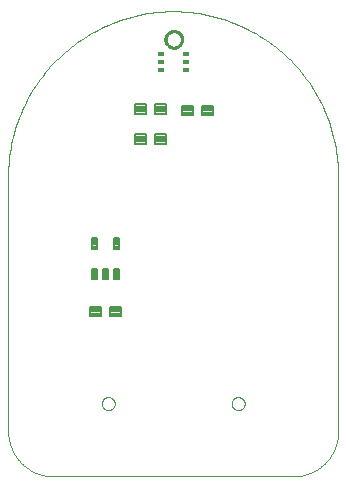
<source format=gtp>
G75*
%MOIN*%
%OFA0B0*%
%FSLAX25Y25*%
%IPPOS*%
%LPD*%
%AMOC8*
5,1,8,0,0,1.08239X$1,22.5*
%
%ADD10C,0.00000*%
%ADD11C,0.00787*%
%ADD12C,0.00709*%
%ADD13R,0.01969X0.01181*%
%ADD14C,0.00079*%
D10*
X0001500Y0016500D02*
X0001500Y0101500D01*
X0032681Y0025732D02*
X0032683Y0025825D01*
X0032689Y0025917D01*
X0032699Y0026009D01*
X0032713Y0026100D01*
X0032730Y0026191D01*
X0032752Y0026281D01*
X0032777Y0026370D01*
X0032806Y0026458D01*
X0032839Y0026544D01*
X0032876Y0026629D01*
X0032916Y0026713D01*
X0032960Y0026794D01*
X0033007Y0026874D01*
X0033057Y0026952D01*
X0033111Y0027027D01*
X0033168Y0027100D01*
X0033228Y0027170D01*
X0033291Y0027238D01*
X0033357Y0027303D01*
X0033425Y0027365D01*
X0033496Y0027425D01*
X0033570Y0027481D01*
X0033646Y0027534D01*
X0033724Y0027583D01*
X0033804Y0027630D01*
X0033886Y0027672D01*
X0033970Y0027712D01*
X0034055Y0027747D01*
X0034142Y0027779D01*
X0034230Y0027808D01*
X0034319Y0027832D01*
X0034409Y0027853D01*
X0034500Y0027869D01*
X0034592Y0027882D01*
X0034684Y0027891D01*
X0034777Y0027896D01*
X0034869Y0027897D01*
X0034962Y0027894D01*
X0035054Y0027887D01*
X0035146Y0027876D01*
X0035237Y0027861D01*
X0035328Y0027843D01*
X0035418Y0027820D01*
X0035506Y0027794D01*
X0035594Y0027764D01*
X0035680Y0027730D01*
X0035764Y0027693D01*
X0035847Y0027651D01*
X0035928Y0027607D01*
X0036008Y0027559D01*
X0036085Y0027508D01*
X0036159Y0027453D01*
X0036232Y0027395D01*
X0036302Y0027335D01*
X0036369Y0027271D01*
X0036433Y0027205D01*
X0036495Y0027135D01*
X0036553Y0027064D01*
X0036608Y0026990D01*
X0036660Y0026913D01*
X0036709Y0026834D01*
X0036755Y0026754D01*
X0036797Y0026671D01*
X0036835Y0026587D01*
X0036870Y0026501D01*
X0036901Y0026414D01*
X0036928Y0026326D01*
X0036951Y0026236D01*
X0036971Y0026146D01*
X0036987Y0026055D01*
X0036999Y0025963D01*
X0037007Y0025871D01*
X0037011Y0025778D01*
X0037011Y0025686D01*
X0037007Y0025593D01*
X0036999Y0025501D01*
X0036987Y0025409D01*
X0036971Y0025318D01*
X0036951Y0025228D01*
X0036928Y0025138D01*
X0036901Y0025050D01*
X0036870Y0024963D01*
X0036835Y0024877D01*
X0036797Y0024793D01*
X0036755Y0024710D01*
X0036709Y0024630D01*
X0036660Y0024551D01*
X0036608Y0024474D01*
X0036553Y0024400D01*
X0036495Y0024329D01*
X0036433Y0024259D01*
X0036369Y0024193D01*
X0036302Y0024129D01*
X0036232Y0024069D01*
X0036159Y0024011D01*
X0036085Y0023956D01*
X0036008Y0023905D01*
X0035929Y0023857D01*
X0035847Y0023813D01*
X0035764Y0023771D01*
X0035680Y0023734D01*
X0035594Y0023700D01*
X0035506Y0023670D01*
X0035418Y0023644D01*
X0035328Y0023621D01*
X0035237Y0023603D01*
X0035146Y0023588D01*
X0035054Y0023577D01*
X0034962Y0023570D01*
X0034869Y0023567D01*
X0034777Y0023568D01*
X0034684Y0023573D01*
X0034592Y0023582D01*
X0034500Y0023595D01*
X0034409Y0023611D01*
X0034319Y0023632D01*
X0034230Y0023656D01*
X0034142Y0023685D01*
X0034055Y0023717D01*
X0033970Y0023752D01*
X0033886Y0023792D01*
X0033804Y0023834D01*
X0033724Y0023881D01*
X0033646Y0023930D01*
X0033570Y0023983D01*
X0033496Y0024039D01*
X0033425Y0024099D01*
X0033357Y0024161D01*
X0033291Y0024226D01*
X0033228Y0024294D01*
X0033168Y0024364D01*
X0033111Y0024437D01*
X0033057Y0024512D01*
X0033007Y0024590D01*
X0032960Y0024670D01*
X0032916Y0024751D01*
X0032876Y0024835D01*
X0032839Y0024920D01*
X0032806Y0025006D01*
X0032777Y0025094D01*
X0032752Y0025183D01*
X0032730Y0025273D01*
X0032713Y0025364D01*
X0032699Y0025455D01*
X0032689Y0025547D01*
X0032683Y0025639D01*
X0032681Y0025732D01*
X0016500Y0001500D02*
X0016138Y0001504D01*
X0015775Y0001518D01*
X0015413Y0001539D01*
X0015052Y0001570D01*
X0014692Y0001609D01*
X0014333Y0001657D01*
X0013975Y0001714D01*
X0013618Y0001779D01*
X0013263Y0001853D01*
X0012910Y0001936D01*
X0012559Y0002027D01*
X0012211Y0002126D01*
X0011865Y0002234D01*
X0011521Y0002350D01*
X0011181Y0002475D01*
X0010844Y0002607D01*
X0010510Y0002748D01*
X0010179Y0002897D01*
X0009852Y0003054D01*
X0009529Y0003218D01*
X0009210Y0003390D01*
X0008896Y0003570D01*
X0008585Y0003758D01*
X0008280Y0003953D01*
X0007979Y0004155D01*
X0007683Y0004365D01*
X0007393Y0004581D01*
X0007107Y0004805D01*
X0006827Y0005035D01*
X0006553Y0005272D01*
X0006285Y0005516D01*
X0006022Y0005766D01*
X0005766Y0006022D01*
X0005516Y0006285D01*
X0005272Y0006553D01*
X0005035Y0006827D01*
X0004805Y0007107D01*
X0004581Y0007393D01*
X0004365Y0007683D01*
X0004155Y0007979D01*
X0003953Y0008280D01*
X0003758Y0008585D01*
X0003570Y0008896D01*
X0003390Y0009210D01*
X0003218Y0009529D01*
X0003054Y0009852D01*
X0002897Y0010179D01*
X0002748Y0010510D01*
X0002607Y0010844D01*
X0002475Y0011181D01*
X0002350Y0011521D01*
X0002234Y0011865D01*
X0002126Y0012211D01*
X0002027Y0012559D01*
X0001936Y0012910D01*
X0001853Y0013263D01*
X0001779Y0013618D01*
X0001714Y0013975D01*
X0001657Y0014333D01*
X0001609Y0014692D01*
X0001570Y0015052D01*
X0001539Y0015413D01*
X0001518Y0015775D01*
X0001504Y0016138D01*
X0001500Y0016500D01*
X0016500Y0001500D02*
X0096500Y0001500D01*
X0096862Y0001504D01*
X0097225Y0001518D01*
X0097587Y0001539D01*
X0097948Y0001570D01*
X0098308Y0001609D01*
X0098667Y0001657D01*
X0099025Y0001714D01*
X0099382Y0001779D01*
X0099737Y0001853D01*
X0100090Y0001936D01*
X0100441Y0002027D01*
X0100789Y0002126D01*
X0101135Y0002234D01*
X0101479Y0002350D01*
X0101819Y0002475D01*
X0102156Y0002607D01*
X0102490Y0002748D01*
X0102821Y0002897D01*
X0103148Y0003054D01*
X0103471Y0003218D01*
X0103790Y0003390D01*
X0104104Y0003570D01*
X0104415Y0003758D01*
X0104720Y0003953D01*
X0105021Y0004155D01*
X0105317Y0004365D01*
X0105607Y0004581D01*
X0105893Y0004805D01*
X0106173Y0005035D01*
X0106447Y0005272D01*
X0106715Y0005516D01*
X0106978Y0005766D01*
X0107234Y0006022D01*
X0107484Y0006285D01*
X0107728Y0006553D01*
X0107965Y0006827D01*
X0108195Y0007107D01*
X0108419Y0007393D01*
X0108635Y0007683D01*
X0108845Y0007979D01*
X0109047Y0008280D01*
X0109242Y0008585D01*
X0109430Y0008896D01*
X0109610Y0009210D01*
X0109782Y0009529D01*
X0109946Y0009852D01*
X0110103Y0010179D01*
X0110252Y0010510D01*
X0110393Y0010844D01*
X0110525Y0011181D01*
X0110650Y0011521D01*
X0110766Y0011865D01*
X0110874Y0012211D01*
X0110973Y0012559D01*
X0111064Y0012910D01*
X0111147Y0013263D01*
X0111221Y0013618D01*
X0111286Y0013975D01*
X0111343Y0014333D01*
X0111391Y0014692D01*
X0111430Y0015052D01*
X0111461Y0015413D01*
X0111482Y0015775D01*
X0111496Y0016138D01*
X0111500Y0016500D01*
X0111500Y0101500D01*
X0075989Y0025732D02*
X0075991Y0025825D01*
X0075997Y0025917D01*
X0076007Y0026009D01*
X0076021Y0026100D01*
X0076038Y0026191D01*
X0076060Y0026281D01*
X0076085Y0026370D01*
X0076114Y0026458D01*
X0076147Y0026544D01*
X0076184Y0026629D01*
X0076224Y0026713D01*
X0076268Y0026794D01*
X0076315Y0026874D01*
X0076365Y0026952D01*
X0076419Y0027027D01*
X0076476Y0027100D01*
X0076536Y0027170D01*
X0076599Y0027238D01*
X0076665Y0027303D01*
X0076733Y0027365D01*
X0076804Y0027425D01*
X0076878Y0027481D01*
X0076954Y0027534D01*
X0077032Y0027583D01*
X0077112Y0027630D01*
X0077194Y0027672D01*
X0077278Y0027712D01*
X0077363Y0027747D01*
X0077450Y0027779D01*
X0077538Y0027808D01*
X0077627Y0027832D01*
X0077717Y0027853D01*
X0077808Y0027869D01*
X0077900Y0027882D01*
X0077992Y0027891D01*
X0078085Y0027896D01*
X0078177Y0027897D01*
X0078270Y0027894D01*
X0078362Y0027887D01*
X0078454Y0027876D01*
X0078545Y0027861D01*
X0078636Y0027843D01*
X0078726Y0027820D01*
X0078814Y0027794D01*
X0078902Y0027764D01*
X0078988Y0027730D01*
X0079072Y0027693D01*
X0079155Y0027651D01*
X0079236Y0027607D01*
X0079316Y0027559D01*
X0079393Y0027508D01*
X0079467Y0027453D01*
X0079540Y0027395D01*
X0079610Y0027335D01*
X0079677Y0027271D01*
X0079741Y0027205D01*
X0079803Y0027135D01*
X0079861Y0027064D01*
X0079916Y0026990D01*
X0079968Y0026913D01*
X0080017Y0026834D01*
X0080063Y0026754D01*
X0080105Y0026671D01*
X0080143Y0026587D01*
X0080178Y0026501D01*
X0080209Y0026414D01*
X0080236Y0026326D01*
X0080259Y0026236D01*
X0080279Y0026146D01*
X0080295Y0026055D01*
X0080307Y0025963D01*
X0080315Y0025871D01*
X0080319Y0025778D01*
X0080319Y0025686D01*
X0080315Y0025593D01*
X0080307Y0025501D01*
X0080295Y0025409D01*
X0080279Y0025318D01*
X0080259Y0025228D01*
X0080236Y0025138D01*
X0080209Y0025050D01*
X0080178Y0024963D01*
X0080143Y0024877D01*
X0080105Y0024793D01*
X0080063Y0024710D01*
X0080017Y0024630D01*
X0079968Y0024551D01*
X0079916Y0024474D01*
X0079861Y0024400D01*
X0079803Y0024329D01*
X0079741Y0024259D01*
X0079677Y0024193D01*
X0079610Y0024129D01*
X0079540Y0024069D01*
X0079467Y0024011D01*
X0079393Y0023956D01*
X0079316Y0023905D01*
X0079237Y0023857D01*
X0079155Y0023813D01*
X0079072Y0023771D01*
X0078988Y0023734D01*
X0078902Y0023700D01*
X0078814Y0023670D01*
X0078726Y0023644D01*
X0078636Y0023621D01*
X0078545Y0023603D01*
X0078454Y0023588D01*
X0078362Y0023577D01*
X0078270Y0023570D01*
X0078177Y0023567D01*
X0078085Y0023568D01*
X0077992Y0023573D01*
X0077900Y0023582D01*
X0077808Y0023595D01*
X0077717Y0023611D01*
X0077627Y0023632D01*
X0077538Y0023656D01*
X0077450Y0023685D01*
X0077363Y0023717D01*
X0077278Y0023752D01*
X0077194Y0023792D01*
X0077112Y0023834D01*
X0077032Y0023881D01*
X0076954Y0023930D01*
X0076878Y0023983D01*
X0076804Y0024039D01*
X0076733Y0024099D01*
X0076665Y0024161D01*
X0076599Y0024226D01*
X0076536Y0024294D01*
X0076476Y0024364D01*
X0076419Y0024437D01*
X0076365Y0024512D01*
X0076315Y0024590D01*
X0076268Y0024670D01*
X0076224Y0024751D01*
X0076184Y0024835D01*
X0076147Y0024920D01*
X0076114Y0025006D01*
X0076085Y0025094D01*
X0076060Y0025183D01*
X0076038Y0025273D01*
X0076021Y0025364D01*
X0076007Y0025455D01*
X0075997Y0025547D01*
X0075991Y0025639D01*
X0075989Y0025732D01*
X0111500Y0101500D02*
X0111484Y0102839D01*
X0111435Y0104178D01*
X0111353Y0105515D01*
X0111239Y0106849D01*
X0111093Y0108181D01*
X0110914Y0109508D01*
X0110703Y0110831D01*
X0110459Y0112148D01*
X0110184Y0113459D01*
X0109877Y0114762D01*
X0109538Y0116058D01*
X0109168Y0117345D01*
X0108767Y0118623D01*
X0108334Y0119891D01*
X0107871Y0121148D01*
X0107377Y0122393D01*
X0106853Y0123626D01*
X0106300Y0124845D01*
X0105716Y0126051D01*
X0105104Y0127242D01*
X0104463Y0128418D01*
X0103793Y0129578D01*
X0103095Y0130721D01*
X0102370Y0131847D01*
X0101617Y0132955D01*
X0100838Y0134045D01*
X0100032Y0135115D01*
X0099201Y0136165D01*
X0098344Y0137194D01*
X0097462Y0138203D01*
X0096557Y0139189D01*
X0095627Y0140153D01*
X0094674Y0141095D01*
X0093699Y0142013D01*
X0092701Y0142906D01*
X0091682Y0143776D01*
X0090642Y0144620D01*
X0089582Y0145438D01*
X0088502Y0146231D01*
X0087404Y0146997D01*
X0086286Y0147736D01*
X0085152Y0148448D01*
X0084000Y0149131D01*
X0082832Y0149787D01*
X0081648Y0150414D01*
X0080450Y0151012D01*
X0079237Y0151580D01*
X0078011Y0152119D01*
X0076772Y0152628D01*
X0075521Y0153106D01*
X0074258Y0153554D01*
X0072986Y0153971D01*
X0071703Y0154357D01*
X0070411Y0154712D01*
X0069111Y0155035D01*
X0067804Y0155326D01*
X0066490Y0155585D01*
X0065170Y0155812D01*
X0063845Y0156007D01*
X0062515Y0156170D01*
X0061182Y0156300D01*
X0059847Y0156398D01*
X0058509Y0156463D01*
X0057170Y0156496D01*
X0055830Y0156496D01*
X0054491Y0156463D01*
X0053153Y0156398D01*
X0051818Y0156300D01*
X0050485Y0156170D01*
X0049155Y0156007D01*
X0047830Y0155812D01*
X0046510Y0155585D01*
X0045196Y0155326D01*
X0043889Y0155035D01*
X0042589Y0154712D01*
X0041297Y0154357D01*
X0040014Y0153971D01*
X0038742Y0153554D01*
X0037479Y0153106D01*
X0036228Y0152628D01*
X0034989Y0152119D01*
X0033763Y0151580D01*
X0032550Y0151012D01*
X0031352Y0150414D01*
X0030168Y0149787D01*
X0029000Y0149131D01*
X0027848Y0148448D01*
X0026714Y0147736D01*
X0025596Y0146997D01*
X0024498Y0146231D01*
X0023418Y0145438D01*
X0022358Y0144620D01*
X0021318Y0143776D01*
X0020299Y0142906D01*
X0019301Y0142013D01*
X0018326Y0141095D01*
X0017373Y0140153D01*
X0016443Y0139189D01*
X0015538Y0138203D01*
X0014656Y0137194D01*
X0013799Y0136165D01*
X0012968Y0135115D01*
X0012162Y0134045D01*
X0011383Y0132955D01*
X0010630Y0131847D01*
X0009905Y0130721D01*
X0009207Y0129578D01*
X0008537Y0128418D01*
X0007896Y0127242D01*
X0007284Y0126051D01*
X0006700Y0124845D01*
X0006147Y0123626D01*
X0005623Y0122393D01*
X0005129Y0121148D01*
X0004666Y0119891D01*
X0004233Y0118623D01*
X0003832Y0117345D01*
X0003462Y0116058D01*
X0003123Y0114762D01*
X0002816Y0113459D01*
X0002541Y0112148D01*
X0002297Y0110831D01*
X0002086Y0109508D01*
X0001907Y0108181D01*
X0001761Y0106849D01*
X0001647Y0105515D01*
X0001565Y0104178D01*
X0001516Y0102839D01*
X0001500Y0101500D01*
D11*
X0028882Y0054925D02*
X0032426Y0054925D01*
X0028882Y0054925D02*
X0028882Y0058075D01*
X0032426Y0058075D01*
X0032426Y0054925D01*
X0032426Y0055711D02*
X0028882Y0055711D01*
X0028882Y0056497D02*
X0032426Y0056497D01*
X0032426Y0057283D02*
X0028882Y0057283D01*
X0028882Y0058069D02*
X0032426Y0058069D01*
X0035574Y0054925D02*
X0039118Y0054925D01*
X0035574Y0054925D02*
X0035574Y0058075D01*
X0039118Y0058075D01*
X0039118Y0054925D01*
X0039118Y0055711D02*
X0035574Y0055711D01*
X0035574Y0056497D02*
X0039118Y0056497D01*
X0039118Y0057283D02*
X0035574Y0057283D01*
X0035574Y0058069D02*
X0039118Y0058069D01*
X0043882Y0112425D02*
X0047426Y0112425D01*
X0043882Y0112425D02*
X0043882Y0115575D01*
X0047426Y0115575D01*
X0047426Y0112425D01*
X0047426Y0113211D02*
X0043882Y0113211D01*
X0043882Y0113997D02*
X0047426Y0113997D01*
X0047426Y0114783D02*
X0043882Y0114783D01*
X0043882Y0115569D02*
X0047426Y0115569D01*
X0050574Y0112425D02*
X0054118Y0112425D01*
X0050574Y0112425D02*
X0050574Y0115575D01*
X0054118Y0115575D01*
X0054118Y0112425D01*
X0054118Y0113211D02*
X0050574Y0113211D01*
X0050574Y0113997D02*
X0054118Y0113997D01*
X0054118Y0114783D02*
X0050574Y0114783D01*
X0050574Y0115569D02*
X0054118Y0115569D01*
X0054118Y0122425D02*
X0050574Y0122425D01*
X0050574Y0125575D01*
X0054118Y0125575D01*
X0054118Y0122425D01*
X0054118Y0123211D02*
X0050574Y0123211D01*
X0050574Y0123997D02*
X0054118Y0123997D01*
X0054118Y0124783D02*
X0050574Y0124783D01*
X0050574Y0125569D02*
X0054118Y0125569D01*
X0059374Y0121972D02*
X0062918Y0121972D01*
X0059374Y0121972D02*
X0059374Y0125122D01*
X0062918Y0125122D01*
X0062918Y0121972D01*
X0062918Y0122758D02*
X0059374Y0122758D01*
X0059374Y0123544D02*
X0062918Y0123544D01*
X0062918Y0124330D02*
X0059374Y0124330D01*
X0059374Y0125116D02*
X0062918Y0125116D01*
X0066067Y0121972D02*
X0069611Y0121972D01*
X0066067Y0121972D02*
X0066067Y0125122D01*
X0069611Y0125122D01*
X0069611Y0121972D01*
X0069611Y0122758D02*
X0066067Y0122758D01*
X0066067Y0123544D02*
X0069611Y0123544D01*
X0069611Y0124330D02*
X0066067Y0124330D01*
X0066067Y0125116D02*
X0069611Y0125116D01*
X0047426Y0122425D02*
X0043882Y0122425D01*
X0043882Y0125575D01*
X0047426Y0125575D01*
X0047426Y0122425D01*
X0047426Y0123211D02*
X0043882Y0123211D01*
X0043882Y0123997D02*
X0047426Y0123997D01*
X0047426Y0124783D02*
X0043882Y0124783D01*
X0043882Y0125569D02*
X0047426Y0125569D01*
D12*
X0038567Y0077405D02*
X0036913Y0077405D01*
X0036913Y0080831D01*
X0038567Y0080831D01*
X0038567Y0077405D01*
X0038567Y0078113D02*
X0036913Y0078113D01*
X0036913Y0078821D02*
X0038567Y0078821D01*
X0038567Y0079529D02*
X0036913Y0079529D01*
X0036913Y0080237D02*
X0038567Y0080237D01*
X0038567Y0067169D02*
X0036913Y0067169D01*
X0036913Y0070595D01*
X0038567Y0070595D01*
X0038567Y0067169D01*
X0038567Y0067877D02*
X0036913Y0067877D01*
X0036913Y0068585D02*
X0038567Y0068585D01*
X0038567Y0069293D02*
X0036913Y0069293D01*
X0036913Y0070001D02*
X0038567Y0070001D01*
X0034827Y0067169D02*
X0033173Y0067169D01*
X0033173Y0070595D01*
X0034827Y0070595D01*
X0034827Y0067169D01*
X0034827Y0067877D02*
X0033173Y0067877D01*
X0033173Y0068585D02*
X0034827Y0068585D01*
X0034827Y0069293D02*
X0033173Y0069293D01*
X0033173Y0070001D02*
X0034827Y0070001D01*
X0031087Y0067169D02*
X0029433Y0067169D01*
X0029433Y0070595D01*
X0031087Y0070595D01*
X0031087Y0067169D01*
X0031087Y0067877D02*
X0029433Y0067877D01*
X0029433Y0068585D02*
X0031087Y0068585D01*
X0031087Y0069293D02*
X0029433Y0069293D01*
X0029433Y0070001D02*
X0031087Y0070001D01*
X0031087Y0077405D02*
X0029433Y0077405D01*
X0029433Y0080831D01*
X0031087Y0080831D01*
X0031087Y0077405D01*
X0031087Y0078113D02*
X0029433Y0078113D01*
X0029433Y0078821D02*
X0031087Y0078821D01*
X0031087Y0079529D02*
X0029433Y0079529D01*
X0029433Y0080237D02*
X0031087Y0080237D01*
D13*
X0052386Y0137031D03*
X0052386Y0139591D03*
X0052386Y0142150D03*
X0060850Y0142150D03*
X0060850Y0139591D03*
X0060850Y0137031D03*
D14*
X0059770Y0147291D02*
X0059062Y0147265D01*
X0059063Y0147265D02*
X0059056Y0147361D01*
X0059045Y0147456D01*
X0059031Y0147550D01*
X0059012Y0147644D01*
X0058991Y0147737D01*
X0058965Y0147829D01*
X0058936Y0147920D01*
X0058903Y0148010D01*
X0058867Y0148098D01*
X0058827Y0148185D01*
X0058784Y0148270D01*
X0058738Y0148354D01*
X0058688Y0148435D01*
X0058635Y0148515D01*
X0058579Y0148592D01*
X0058520Y0148668D01*
X0058459Y0148740D01*
X0058394Y0148811D01*
X0058326Y0148878D01*
X0058256Y0148943D01*
X0058184Y0149005D01*
X0058109Y0149064D01*
X0058031Y0149121D01*
X0057952Y0149174D01*
X0057871Y0149224D01*
X0057787Y0149270D01*
X0057702Y0149314D01*
X0057615Y0149353D01*
X0057527Y0149390D01*
X0057437Y0149423D01*
X0057346Y0149452D01*
X0057254Y0149478D01*
X0057161Y0149500D01*
X0057068Y0149518D01*
X0056973Y0149533D01*
X0056878Y0149544D01*
X0056783Y0149551D01*
X0056688Y0149555D01*
X0056687Y0150262D01*
X0056687Y0150263D01*
X0056797Y0150259D01*
X0056907Y0150252D01*
X0057016Y0150241D01*
X0057124Y0150227D01*
X0057232Y0150208D01*
X0057340Y0150186D01*
X0057446Y0150160D01*
X0057552Y0150130D01*
X0057656Y0150096D01*
X0057760Y0150059D01*
X0057861Y0150018D01*
X0057962Y0149974D01*
X0058060Y0149926D01*
X0058157Y0149875D01*
X0058253Y0149820D01*
X0058346Y0149762D01*
X0058437Y0149701D01*
X0058526Y0149637D01*
X0058612Y0149569D01*
X0058696Y0149499D01*
X0058778Y0149426D01*
X0058857Y0149350D01*
X0058933Y0149271D01*
X0059007Y0149189D01*
X0059077Y0149105D01*
X0059145Y0149019D01*
X0059209Y0148930D01*
X0059270Y0148839D01*
X0059329Y0148746D01*
X0059383Y0148651D01*
X0059435Y0148554D01*
X0059483Y0148455D01*
X0059527Y0148355D01*
X0059568Y0148253D01*
X0059605Y0148150D01*
X0059639Y0148046D01*
X0059669Y0147940D01*
X0059696Y0147834D01*
X0059718Y0147727D01*
X0059737Y0147619D01*
X0059752Y0147510D01*
X0059763Y0147401D01*
X0059770Y0147291D01*
X0059696Y0147289D01*
X0059689Y0147398D01*
X0059678Y0147507D01*
X0059662Y0147615D01*
X0059643Y0147723D01*
X0059620Y0147831D01*
X0059594Y0147937D01*
X0059563Y0148042D01*
X0059529Y0148146D01*
X0059491Y0148249D01*
X0059449Y0148350D01*
X0059403Y0148450D01*
X0059355Y0148548D01*
X0059302Y0148644D01*
X0059246Y0148739D01*
X0059187Y0148831D01*
X0059125Y0148921D01*
X0059059Y0149009D01*
X0058990Y0149094D01*
X0058919Y0149177D01*
X0058844Y0149257D01*
X0058766Y0149335D01*
X0058686Y0149409D01*
X0058603Y0149481D01*
X0058518Y0149550D01*
X0058430Y0149615D01*
X0058340Y0149678D01*
X0058248Y0149737D01*
X0058153Y0149792D01*
X0058057Y0149845D01*
X0057959Y0149894D01*
X0057859Y0149939D01*
X0057758Y0149980D01*
X0057655Y0150018D01*
X0057551Y0150053D01*
X0057445Y0150083D01*
X0057339Y0150110D01*
X0057232Y0150133D01*
X0057124Y0150152D01*
X0057015Y0150167D01*
X0056906Y0150178D01*
X0056797Y0150185D01*
X0056687Y0150189D01*
X0056687Y0150115D01*
X0056794Y0150111D01*
X0056901Y0150104D01*
X0057007Y0150093D01*
X0057113Y0150079D01*
X0057218Y0150060D01*
X0057323Y0150038D01*
X0057427Y0150012D01*
X0057529Y0149982D01*
X0057631Y0149948D01*
X0057731Y0149911D01*
X0057830Y0149871D01*
X0057927Y0149827D01*
X0058023Y0149779D01*
X0058117Y0149728D01*
X0058209Y0149674D01*
X0058299Y0149616D01*
X0058387Y0149555D01*
X0058473Y0149491D01*
X0058556Y0149424D01*
X0058637Y0149354D01*
X0058715Y0149281D01*
X0058791Y0149206D01*
X0058863Y0149128D01*
X0058933Y0149047D01*
X0059001Y0148964D01*
X0059065Y0148878D01*
X0059125Y0148790D01*
X0059183Y0148700D01*
X0059238Y0148608D01*
X0059289Y0148514D01*
X0059336Y0148419D01*
X0059381Y0148321D01*
X0059421Y0148223D01*
X0059459Y0148122D01*
X0059492Y0148021D01*
X0059522Y0147918D01*
X0059548Y0147814D01*
X0059571Y0147710D01*
X0059589Y0147605D01*
X0059604Y0147499D01*
X0059615Y0147393D01*
X0059622Y0147286D01*
X0059548Y0147283D01*
X0059541Y0147390D01*
X0059530Y0147496D01*
X0059515Y0147601D01*
X0059496Y0147706D01*
X0059473Y0147811D01*
X0059446Y0147914D01*
X0059416Y0148016D01*
X0059382Y0148118D01*
X0059344Y0148217D01*
X0059302Y0148316D01*
X0059257Y0148412D01*
X0059209Y0148507D01*
X0059157Y0148601D01*
X0059101Y0148692D01*
X0059042Y0148781D01*
X0058980Y0148868D01*
X0058915Y0148952D01*
X0058847Y0149034D01*
X0058776Y0149114D01*
X0058702Y0149191D01*
X0058625Y0149265D01*
X0058545Y0149336D01*
X0058463Y0149404D01*
X0058379Y0149469D01*
X0058292Y0149531D01*
X0058203Y0149590D01*
X0058112Y0149646D01*
X0058018Y0149698D01*
X0057923Y0149746D01*
X0057827Y0149791D01*
X0057728Y0149833D01*
X0057629Y0149871D01*
X0057527Y0149905D01*
X0057425Y0149935D01*
X0057322Y0149962D01*
X0057218Y0149985D01*
X0057112Y0150004D01*
X0057007Y0150019D01*
X0056901Y0150030D01*
X0056794Y0150037D01*
X0056688Y0150041D01*
X0056688Y0149967D01*
X0056791Y0149963D01*
X0056895Y0149956D01*
X0056999Y0149945D01*
X0057101Y0149931D01*
X0057204Y0149912D01*
X0057305Y0149890D01*
X0057406Y0149864D01*
X0057506Y0149834D01*
X0057604Y0149801D01*
X0057701Y0149764D01*
X0057797Y0149724D01*
X0057891Y0149680D01*
X0057984Y0149632D01*
X0058075Y0149582D01*
X0058163Y0149528D01*
X0058250Y0149470D01*
X0058335Y0149410D01*
X0058417Y0149346D01*
X0058497Y0149280D01*
X0058575Y0149211D01*
X0058649Y0149138D01*
X0058722Y0149064D01*
X0058791Y0148986D01*
X0058857Y0148906D01*
X0058921Y0148824D01*
X0058981Y0148739D01*
X0059038Y0148652D01*
X0059093Y0148564D01*
X0059143Y0148473D01*
X0059191Y0148380D01*
X0059235Y0148286D01*
X0059275Y0148190D01*
X0059312Y0148093D01*
X0059345Y0147995D01*
X0059375Y0147895D01*
X0059401Y0147794D01*
X0059423Y0147693D01*
X0059442Y0147590D01*
X0059456Y0147488D01*
X0059467Y0147384D01*
X0059474Y0147280D01*
X0059400Y0147278D01*
X0059393Y0147381D01*
X0059382Y0147484D01*
X0059367Y0147587D01*
X0059348Y0147689D01*
X0059326Y0147790D01*
X0059299Y0147891D01*
X0059269Y0147990D01*
X0059235Y0148088D01*
X0059198Y0148184D01*
X0059156Y0148280D01*
X0059112Y0148373D01*
X0059063Y0148465D01*
X0059012Y0148555D01*
X0058957Y0148643D01*
X0058898Y0148729D01*
X0058837Y0148812D01*
X0058772Y0148893D01*
X0058705Y0148972D01*
X0058634Y0149048D01*
X0058561Y0149122D01*
X0058485Y0149192D01*
X0058406Y0149260D01*
X0058325Y0149324D01*
X0058242Y0149386D01*
X0058156Y0149444D01*
X0058068Y0149499D01*
X0057978Y0149551D01*
X0057886Y0149599D01*
X0057793Y0149644D01*
X0057698Y0149686D01*
X0057601Y0149723D01*
X0057503Y0149757D01*
X0057404Y0149788D01*
X0057304Y0149814D01*
X0057202Y0149837D01*
X0057100Y0149856D01*
X0056998Y0149871D01*
X0056895Y0149882D01*
X0056791Y0149889D01*
X0056688Y0149893D01*
X0056688Y0149819D01*
X0056788Y0149815D01*
X0056889Y0149808D01*
X0056989Y0149797D01*
X0057089Y0149783D01*
X0057188Y0149764D01*
X0057287Y0149742D01*
X0057384Y0149716D01*
X0057481Y0149687D01*
X0057576Y0149654D01*
X0057670Y0149617D01*
X0057763Y0149577D01*
X0057854Y0149533D01*
X0057943Y0149486D01*
X0058030Y0149436D01*
X0058116Y0149382D01*
X0058199Y0149325D01*
X0058280Y0149266D01*
X0058359Y0149203D01*
X0058436Y0149137D01*
X0058510Y0149068D01*
X0058581Y0148997D01*
X0058649Y0148923D01*
X0058715Y0148846D01*
X0058778Y0148767D01*
X0058838Y0148686D01*
X0058894Y0148603D01*
X0058948Y0148517D01*
X0058998Y0148430D01*
X0059045Y0148340D01*
X0059089Y0148249D01*
X0059129Y0148157D01*
X0059165Y0148063D01*
X0059198Y0147968D01*
X0059228Y0147871D01*
X0059254Y0147773D01*
X0059276Y0147675D01*
X0059294Y0147576D01*
X0059309Y0147476D01*
X0059319Y0147376D01*
X0059326Y0147275D01*
X0059253Y0147272D01*
X0059245Y0147373D01*
X0059234Y0147473D01*
X0059220Y0147572D01*
X0059201Y0147671D01*
X0059178Y0147769D01*
X0059152Y0147866D01*
X0059122Y0147962D01*
X0059089Y0148057D01*
X0059051Y0148150D01*
X0059011Y0148242D01*
X0058966Y0148332D01*
X0058919Y0148421D01*
X0058867Y0148507D01*
X0058813Y0148592D01*
X0058755Y0148674D01*
X0058694Y0148754D01*
X0058631Y0148832D01*
X0058564Y0148907D01*
X0058494Y0148980D01*
X0058422Y0149050D01*
X0058347Y0149116D01*
X0058269Y0149180D01*
X0058189Y0149241D01*
X0058107Y0149299D01*
X0058022Y0149354D01*
X0057936Y0149405D01*
X0057848Y0149453D01*
X0057757Y0149498D01*
X0057666Y0149539D01*
X0057572Y0149576D01*
X0057478Y0149610D01*
X0057382Y0149640D01*
X0057285Y0149666D01*
X0057187Y0149689D01*
X0057088Y0149708D01*
X0056988Y0149723D01*
X0056888Y0149734D01*
X0056788Y0149741D01*
X0056688Y0149745D01*
X0056688Y0149671D01*
X0056785Y0149667D01*
X0056883Y0149660D01*
X0056980Y0149649D01*
X0057076Y0149635D01*
X0057172Y0149616D01*
X0057267Y0149594D01*
X0057361Y0149569D01*
X0057455Y0149539D01*
X0057547Y0149507D01*
X0057637Y0149470D01*
X0057726Y0149430D01*
X0057814Y0149387D01*
X0057900Y0149341D01*
X0057984Y0149291D01*
X0058066Y0149238D01*
X0058146Y0149182D01*
X0058223Y0149122D01*
X0058299Y0149060D01*
X0058371Y0148995D01*
X0058442Y0148928D01*
X0058509Y0148857D01*
X0058574Y0148784D01*
X0058636Y0148709D01*
X0058695Y0148631D01*
X0058751Y0148551D01*
X0058804Y0148469D01*
X0058854Y0148385D01*
X0058900Y0148299D01*
X0058943Y0148211D01*
X0058983Y0148122D01*
X0059019Y0148031D01*
X0059052Y0147939D01*
X0059081Y0147846D01*
X0059106Y0147752D01*
X0059128Y0147657D01*
X0059146Y0147561D01*
X0059161Y0147464D01*
X0059172Y0147367D01*
X0059179Y0147270D01*
X0059105Y0147267D01*
X0059098Y0147364D01*
X0059087Y0147461D01*
X0059072Y0147557D01*
X0059054Y0147652D01*
X0059031Y0147747D01*
X0059006Y0147841D01*
X0058976Y0147933D01*
X0058943Y0148025D01*
X0058906Y0148114D01*
X0058865Y0148203D01*
X0058822Y0148290D01*
X0058774Y0148375D01*
X0058724Y0148458D01*
X0058670Y0148539D01*
X0058613Y0148618D01*
X0058553Y0148694D01*
X0058490Y0148768D01*
X0058424Y0148840D01*
X0058356Y0148908D01*
X0058284Y0148975D01*
X0058210Y0149038D01*
X0058134Y0149098D01*
X0058055Y0149155D01*
X0057975Y0149209D01*
X0057892Y0149260D01*
X0057807Y0149307D01*
X0057720Y0149351D01*
X0057632Y0149392D01*
X0057542Y0149429D01*
X0057451Y0149463D01*
X0057358Y0149493D01*
X0057264Y0149519D01*
X0057170Y0149541D01*
X0057074Y0149560D01*
X0056978Y0149575D01*
X0056882Y0149586D01*
X0056785Y0149593D01*
X0056688Y0149597D01*
X0054594Y0144798D02*
X0055062Y0145329D01*
X0055137Y0145268D01*
X0055213Y0145210D01*
X0055293Y0145155D01*
X0055374Y0145103D01*
X0055457Y0145054D01*
X0055543Y0145009D01*
X0055630Y0144968D01*
X0055718Y0144929D01*
X0055808Y0144895D01*
X0055899Y0144864D01*
X0055992Y0144836D01*
X0056085Y0144813D01*
X0056180Y0144793D01*
X0056275Y0144777D01*
X0056370Y0144764D01*
X0056466Y0144756D01*
X0056563Y0144751D01*
X0056659Y0144750D01*
X0056755Y0144753D01*
X0056852Y0144760D01*
X0056947Y0144771D01*
X0057043Y0144785D01*
X0057137Y0144803D01*
X0057231Y0144825D01*
X0057324Y0144851D01*
X0057416Y0144881D01*
X0057507Y0144914D01*
X0057596Y0144950D01*
X0057683Y0144990D01*
X0057769Y0145034D01*
X0057854Y0145081D01*
X0057936Y0145131D01*
X0058016Y0145185D01*
X0058094Y0145242D01*
X0058170Y0145302D01*
X0058243Y0145364D01*
X0058313Y0145430D01*
X0058381Y0145498D01*
X0058447Y0145569D01*
X0058509Y0145643D01*
X0058568Y0145719D01*
X0058624Y0145797D01*
X0058678Y0145878D01*
X0058727Y0145960D01*
X0058774Y0146045D01*
X0058817Y0146131D01*
X0058857Y0146219D01*
X0058893Y0146308D01*
X0058925Y0146399D01*
X0058954Y0146491D01*
X0058979Y0146584D01*
X0059001Y0146678D01*
X0059018Y0146773D01*
X0059032Y0146868D01*
X0059736Y0146792D01*
X0059721Y0146682D01*
X0059702Y0146573D01*
X0059679Y0146465D01*
X0059652Y0146358D01*
X0059621Y0146251D01*
X0059587Y0146146D01*
X0059549Y0146042D01*
X0059507Y0145939D01*
X0059462Y0145838D01*
X0059413Y0145739D01*
X0059361Y0145641D01*
X0059305Y0145546D01*
X0059246Y0145452D01*
X0059183Y0145361D01*
X0059118Y0145272D01*
X0059049Y0145185D01*
X0058977Y0145100D01*
X0058902Y0145019D01*
X0058825Y0144940D01*
X0058745Y0144863D01*
X0058662Y0144790D01*
X0058576Y0144720D01*
X0058488Y0144652D01*
X0058398Y0144588D01*
X0058305Y0144527D01*
X0058211Y0144470D01*
X0058114Y0144416D01*
X0058016Y0144365D01*
X0057916Y0144318D01*
X0057814Y0144274D01*
X0057711Y0144234D01*
X0057606Y0144198D01*
X0057500Y0144165D01*
X0057394Y0144136D01*
X0057286Y0144111D01*
X0057177Y0144090D01*
X0057068Y0144072D01*
X0056958Y0144059D01*
X0056847Y0144049D01*
X0056737Y0144044D01*
X0056626Y0144042D01*
X0056516Y0144044D01*
X0056405Y0144050D01*
X0056295Y0144060D01*
X0056185Y0144074D01*
X0056076Y0144092D01*
X0055967Y0144114D01*
X0055859Y0144139D01*
X0055752Y0144168D01*
X0055647Y0144201D01*
X0055542Y0144238D01*
X0055439Y0144278D01*
X0055338Y0144322D01*
X0055238Y0144370D01*
X0055139Y0144421D01*
X0055043Y0144476D01*
X0054949Y0144534D01*
X0054857Y0144595D01*
X0054767Y0144659D01*
X0054679Y0144727D01*
X0054594Y0144798D01*
X0054643Y0144853D01*
X0054727Y0144783D01*
X0054814Y0144716D01*
X0054904Y0144652D01*
X0054995Y0144592D01*
X0055089Y0144535D01*
X0055185Y0144481D01*
X0055283Y0144430D01*
X0055382Y0144384D01*
X0055483Y0144340D01*
X0055586Y0144301D01*
X0055689Y0144265D01*
X0055795Y0144233D01*
X0055901Y0144205D01*
X0056008Y0144180D01*
X0056116Y0144160D01*
X0056224Y0144143D01*
X0056334Y0144131D01*
X0056443Y0144122D01*
X0056553Y0144117D01*
X0056663Y0144116D01*
X0056773Y0144119D01*
X0056882Y0144126D01*
X0056991Y0144137D01*
X0057100Y0144152D01*
X0057209Y0144171D01*
X0057316Y0144194D01*
X0057423Y0144220D01*
X0057528Y0144251D01*
X0057633Y0144285D01*
X0057736Y0144323D01*
X0057838Y0144364D01*
X0057938Y0144409D01*
X0058036Y0144458D01*
X0058133Y0144510D01*
X0058227Y0144566D01*
X0058320Y0144625D01*
X0058411Y0144688D01*
X0058499Y0144753D01*
X0058584Y0144822D01*
X0058668Y0144894D01*
X0058748Y0144968D01*
X0058826Y0145046D01*
X0058901Y0145126D01*
X0058973Y0145209D01*
X0059042Y0145295D01*
X0059108Y0145383D01*
X0059170Y0145473D01*
X0059230Y0145565D01*
X0059286Y0145660D01*
X0059338Y0145756D01*
X0059388Y0145855D01*
X0059433Y0145955D01*
X0059475Y0146056D01*
X0059513Y0146159D01*
X0059548Y0146264D01*
X0059578Y0146369D01*
X0059605Y0146476D01*
X0059628Y0146583D01*
X0059647Y0146691D01*
X0059663Y0146800D01*
X0059589Y0146808D01*
X0059574Y0146702D01*
X0059555Y0146596D01*
X0059533Y0146492D01*
X0059507Y0146388D01*
X0059477Y0146285D01*
X0059443Y0146183D01*
X0059406Y0146082D01*
X0059365Y0145983D01*
X0059320Y0145886D01*
X0059273Y0145790D01*
X0059221Y0145696D01*
X0059167Y0145604D01*
X0059109Y0145514D01*
X0059048Y0145426D01*
X0058983Y0145340D01*
X0058916Y0145256D01*
X0058846Y0145175D01*
X0058772Y0145097D01*
X0058697Y0145021D01*
X0058618Y0144949D01*
X0058537Y0144879D01*
X0058453Y0144812D01*
X0058367Y0144748D01*
X0058279Y0144687D01*
X0058189Y0144629D01*
X0058096Y0144575D01*
X0058002Y0144524D01*
X0057906Y0144476D01*
X0057808Y0144432D01*
X0057709Y0144392D01*
X0057608Y0144355D01*
X0057507Y0144321D01*
X0057404Y0144292D01*
X0057300Y0144266D01*
X0057195Y0144244D01*
X0057089Y0144225D01*
X0056983Y0144211D01*
X0056876Y0144200D01*
X0056769Y0144193D01*
X0056662Y0144190D01*
X0056555Y0144191D01*
X0056448Y0144196D01*
X0056341Y0144204D01*
X0056235Y0144217D01*
X0056129Y0144233D01*
X0056023Y0144253D01*
X0055919Y0144277D01*
X0055815Y0144304D01*
X0055713Y0144335D01*
X0055612Y0144370D01*
X0055512Y0144409D01*
X0055413Y0144451D01*
X0055316Y0144496D01*
X0055221Y0144546D01*
X0055127Y0144598D01*
X0055036Y0144654D01*
X0054946Y0144713D01*
X0054859Y0144775D01*
X0054774Y0144840D01*
X0054692Y0144909D01*
X0054740Y0144964D01*
X0054822Y0144897D01*
X0054907Y0144832D01*
X0054993Y0144770D01*
X0055082Y0144712D01*
X0055173Y0144657D01*
X0055266Y0144605D01*
X0055360Y0144557D01*
X0055457Y0144512D01*
X0055555Y0144471D01*
X0055654Y0144434D01*
X0055755Y0144400D01*
X0055857Y0144369D01*
X0055960Y0144343D01*
X0056063Y0144320D01*
X0056168Y0144301D01*
X0056273Y0144286D01*
X0056379Y0144275D01*
X0056485Y0144268D01*
X0056591Y0144264D01*
X0056697Y0144265D01*
X0056803Y0144269D01*
X0056909Y0144277D01*
X0057015Y0144289D01*
X0057120Y0144305D01*
X0057224Y0144325D01*
X0057328Y0144349D01*
X0057431Y0144376D01*
X0057532Y0144407D01*
X0057633Y0144442D01*
X0057732Y0144480D01*
X0057829Y0144522D01*
X0057925Y0144568D01*
X0058020Y0144617D01*
X0058112Y0144669D01*
X0058202Y0144725D01*
X0058291Y0144784D01*
X0058377Y0144846D01*
X0058461Y0144912D01*
X0058542Y0144980D01*
X0058621Y0145051D01*
X0058697Y0145126D01*
X0058770Y0145202D01*
X0058841Y0145282D01*
X0058908Y0145364D01*
X0058973Y0145448D01*
X0059034Y0145535D01*
X0059092Y0145624D01*
X0059147Y0145715D01*
X0059198Y0145808D01*
X0059247Y0145903D01*
X0059291Y0145999D01*
X0059332Y0146097D01*
X0059369Y0146197D01*
X0059403Y0146297D01*
X0059433Y0146399D01*
X0059459Y0146502D01*
X0059482Y0146606D01*
X0059501Y0146711D01*
X0059515Y0146816D01*
X0059442Y0146824D01*
X0059427Y0146720D01*
X0059408Y0146616D01*
X0059386Y0146513D01*
X0059360Y0146411D01*
X0059330Y0146310D01*
X0059296Y0146211D01*
X0059258Y0146112D01*
X0059217Y0146015D01*
X0059173Y0145920D01*
X0059124Y0145826D01*
X0059073Y0145735D01*
X0059018Y0145645D01*
X0058959Y0145557D01*
X0058898Y0145472D01*
X0058833Y0145389D01*
X0058765Y0145308D01*
X0058695Y0145230D01*
X0058621Y0145155D01*
X0058545Y0145082D01*
X0058466Y0145012D01*
X0058384Y0144946D01*
X0058301Y0144882D01*
X0058214Y0144822D01*
X0058126Y0144764D01*
X0058036Y0144710D01*
X0057943Y0144660D01*
X0057849Y0144613D01*
X0057753Y0144569D01*
X0057656Y0144530D01*
X0057557Y0144493D01*
X0057457Y0144461D01*
X0057355Y0144432D01*
X0057253Y0144407D01*
X0057150Y0144386D01*
X0057046Y0144368D01*
X0056942Y0144355D01*
X0056837Y0144345D01*
X0056732Y0144340D01*
X0056626Y0144338D01*
X0056521Y0144340D01*
X0056416Y0144346D01*
X0056311Y0144356D01*
X0056207Y0144370D01*
X0056103Y0144388D01*
X0056000Y0144409D01*
X0055898Y0144435D01*
X0055797Y0144464D01*
X0055697Y0144497D01*
X0055598Y0144534D01*
X0055501Y0144574D01*
X0055405Y0144618D01*
X0055311Y0144665D01*
X0055219Y0144716D01*
X0055128Y0144770D01*
X0055040Y0144828D01*
X0054954Y0144889D01*
X0054871Y0144953D01*
X0054789Y0145020D01*
X0054838Y0145075D01*
X0054919Y0145009D01*
X0055002Y0144946D01*
X0055087Y0144886D01*
X0055175Y0144829D01*
X0055264Y0144775D01*
X0055356Y0144725D01*
X0055449Y0144679D01*
X0055544Y0144636D01*
X0055641Y0144596D01*
X0055739Y0144561D01*
X0055838Y0144529D01*
X0055938Y0144501D01*
X0056040Y0144476D01*
X0056142Y0144456D01*
X0056245Y0144439D01*
X0056349Y0144427D01*
X0056452Y0144418D01*
X0056557Y0144413D01*
X0056661Y0144412D01*
X0056765Y0144415D01*
X0056869Y0144422D01*
X0056973Y0144433D01*
X0057076Y0144448D01*
X0057179Y0144467D01*
X0057281Y0144489D01*
X0057382Y0144516D01*
X0057481Y0144546D01*
X0057580Y0144580D01*
X0057677Y0144618D01*
X0057773Y0144659D01*
X0057867Y0144704D01*
X0057959Y0144753D01*
X0058050Y0144805D01*
X0058138Y0144860D01*
X0058225Y0144919D01*
X0058309Y0144980D01*
X0058390Y0145045D01*
X0058469Y0145113D01*
X0058546Y0145184D01*
X0058619Y0145258D01*
X0058690Y0145335D01*
X0058758Y0145414D01*
X0058823Y0145496D01*
X0058885Y0145580D01*
X0058943Y0145666D01*
X0058998Y0145754D01*
X0059050Y0145845D01*
X0059099Y0145937D01*
X0059143Y0146032D01*
X0059185Y0146127D01*
X0059222Y0146225D01*
X0059256Y0146323D01*
X0059286Y0146423D01*
X0059313Y0146524D01*
X0059335Y0146626D01*
X0059354Y0146729D01*
X0059368Y0146832D01*
X0059295Y0146840D01*
X0059280Y0146738D01*
X0059262Y0146636D01*
X0059239Y0146535D01*
X0059213Y0146435D01*
X0059183Y0146337D01*
X0059149Y0146239D01*
X0059111Y0146143D01*
X0059070Y0146048D01*
X0059025Y0145955D01*
X0058976Y0145864D01*
X0058924Y0145775D01*
X0058869Y0145688D01*
X0058810Y0145603D01*
X0058748Y0145520D01*
X0058683Y0145440D01*
X0058615Y0145362D01*
X0058544Y0145287D01*
X0058470Y0145215D01*
X0058394Y0145146D01*
X0058315Y0145079D01*
X0058233Y0145016D01*
X0058149Y0144956D01*
X0058063Y0144899D01*
X0057974Y0144846D01*
X0057884Y0144796D01*
X0057792Y0144750D01*
X0057698Y0144707D01*
X0057602Y0144668D01*
X0057505Y0144632D01*
X0057407Y0144600D01*
X0057307Y0144572D01*
X0057207Y0144548D01*
X0057106Y0144528D01*
X0057004Y0144512D01*
X0056901Y0144500D01*
X0056798Y0144491D01*
X0056695Y0144487D01*
X0056592Y0144486D01*
X0056488Y0144490D01*
X0056385Y0144497D01*
X0056283Y0144509D01*
X0056181Y0144524D01*
X0056079Y0144544D01*
X0055979Y0144567D01*
X0055879Y0144594D01*
X0055780Y0144625D01*
X0055683Y0144659D01*
X0055587Y0144698D01*
X0055493Y0144740D01*
X0055400Y0144785D01*
X0055309Y0144835D01*
X0055221Y0144887D01*
X0055134Y0144943D01*
X0055049Y0145003D01*
X0054967Y0145065D01*
X0054887Y0145131D01*
X0054936Y0145186D01*
X0055014Y0145122D01*
X0055094Y0145062D01*
X0055176Y0145004D01*
X0055260Y0144950D01*
X0055347Y0144899D01*
X0055435Y0144851D01*
X0055525Y0144806D01*
X0055617Y0144766D01*
X0055710Y0144728D01*
X0055805Y0144695D01*
X0055900Y0144665D01*
X0055997Y0144638D01*
X0056095Y0144616D01*
X0056194Y0144597D01*
X0056293Y0144582D01*
X0056393Y0144571D01*
X0056493Y0144564D01*
X0056593Y0144560D01*
X0056694Y0144561D01*
X0056794Y0144565D01*
X0056894Y0144573D01*
X0056994Y0144585D01*
X0057093Y0144601D01*
X0057191Y0144621D01*
X0057289Y0144644D01*
X0057385Y0144671D01*
X0057481Y0144702D01*
X0057575Y0144737D01*
X0057668Y0144775D01*
X0057760Y0144816D01*
X0057849Y0144861D01*
X0057937Y0144910D01*
X0058023Y0144962D01*
X0058107Y0145017D01*
X0058189Y0145075D01*
X0058268Y0145137D01*
X0058345Y0145201D01*
X0058419Y0145269D01*
X0058491Y0145339D01*
X0058560Y0145412D01*
X0058626Y0145487D01*
X0058690Y0145565D01*
X0058750Y0145645D01*
X0058807Y0145728D01*
X0058861Y0145813D01*
X0058911Y0145899D01*
X0058958Y0145988D01*
X0059002Y0146078D01*
X0059042Y0146170D01*
X0059079Y0146264D01*
X0059112Y0146359D01*
X0059141Y0146455D01*
X0059167Y0146552D01*
X0059189Y0146650D01*
X0059207Y0146749D01*
X0059221Y0146848D01*
X0059148Y0146856D01*
X0059133Y0146758D01*
X0059115Y0146660D01*
X0059094Y0146563D01*
X0059068Y0146467D01*
X0059039Y0146372D01*
X0059006Y0146279D01*
X0058969Y0146187D01*
X0058929Y0146096D01*
X0058885Y0146007D01*
X0058838Y0145919D01*
X0058787Y0145834D01*
X0058733Y0145751D01*
X0058676Y0145669D01*
X0058616Y0145591D01*
X0058552Y0145514D01*
X0058486Y0145440D01*
X0058417Y0145369D01*
X0058345Y0145300D01*
X0058271Y0145235D01*
X0058194Y0145172D01*
X0058114Y0145112D01*
X0058033Y0145056D01*
X0057949Y0145003D01*
X0057863Y0144953D01*
X0057775Y0144906D01*
X0057686Y0144863D01*
X0057595Y0144824D01*
X0057502Y0144788D01*
X0057408Y0144756D01*
X0057313Y0144727D01*
X0057217Y0144702D01*
X0057120Y0144681D01*
X0057022Y0144664D01*
X0056924Y0144651D01*
X0056825Y0144641D01*
X0056726Y0144636D01*
X0056627Y0144634D01*
X0056527Y0144636D01*
X0056428Y0144642D01*
X0056329Y0144652D01*
X0056231Y0144666D01*
X0056133Y0144684D01*
X0056037Y0144705D01*
X0055941Y0144730D01*
X0055846Y0144759D01*
X0055752Y0144792D01*
X0055659Y0144828D01*
X0055568Y0144868D01*
X0055479Y0144911D01*
X0055392Y0144958D01*
X0055306Y0145008D01*
X0055222Y0145062D01*
X0055141Y0145119D01*
X0055062Y0145179D01*
X0054985Y0145242D01*
X0055034Y0145297D01*
X0055110Y0145235D01*
X0055188Y0145176D01*
X0055269Y0145120D01*
X0055352Y0145067D01*
X0055436Y0145018D01*
X0055523Y0144972D01*
X0055612Y0144929D01*
X0055702Y0144891D01*
X0055793Y0144855D01*
X0055886Y0144824D01*
X0055980Y0144796D01*
X0056075Y0144772D01*
X0056171Y0144751D01*
X0056268Y0144735D01*
X0056365Y0144722D01*
X0056463Y0144714D01*
X0056561Y0144709D01*
X0056659Y0144708D01*
X0056757Y0144711D01*
X0056855Y0144718D01*
X0056953Y0144729D01*
X0057050Y0144744D01*
X0057146Y0144762D01*
X0057242Y0144785D01*
X0057336Y0144811D01*
X0057430Y0144841D01*
X0057522Y0144874D01*
X0057613Y0144912D01*
X0057702Y0144953D01*
X0057789Y0144997D01*
X0057875Y0145045D01*
X0057959Y0145096D01*
X0058040Y0145151D01*
X0058120Y0145208D01*
X0058196Y0145269D01*
X0058271Y0145333D01*
X0058343Y0145400D01*
X0058412Y0145470D01*
X0058478Y0145542D01*
X0058542Y0145617D01*
X0058602Y0145694D01*
X0058659Y0145774D01*
X0058713Y0145856D01*
X0058764Y0145940D01*
X0058811Y0146026D01*
X0058855Y0146113D01*
X0058895Y0146203D01*
X0058932Y0146294D01*
X0058965Y0146386D01*
X0058995Y0146480D01*
X0059020Y0146575D01*
X0059042Y0146670D01*
X0059060Y0146767D01*
X0059074Y0146864D01*
X0056248Y0150215D02*
X0056331Y0149512D01*
X0056330Y0149513D02*
X0056235Y0149498D01*
X0056140Y0149479D01*
X0056046Y0149457D01*
X0055953Y0149430D01*
X0055861Y0149400D01*
X0055770Y0149367D01*
X0055681Y0149329D01*
X0055593Y0149288D01*
X0055507Y0149244D01*
X0055423Y0149196D01*
X0055341Y0149145D01*
X0055261Y0149090D01*
X0055183Y0149032D01*
X0055108Y0148972D01*
X0055035Y0148908D01*
X0054965Y0148841D01*
X0054898Y0148772D01*
X0054834Y0148700D01*
X0054772Y0148625D01*
X0054714Y0148548D01*
X0054658Y0148468D01*
X0054606Y0148387D01*
X0054558Y0148303D01*
X0054512Y0148218D01*
X0054471Y0148130D01*
X0054433Y0148041D01*
X0054398Y0147951D01*
X0054367Y0147859D01*
X0054340Y0147767D01*
X0054317Y0147673D01*
X0054297Y0147578D01*
X0054281Y0147483D01*
X0054270Y0147386D01*
X0054262Y0147290D01*
X0054258Y0147193D01*
X0054257Y0147097D01*
X0054261Y0147000D01*
X0054269Y0146904D01*
X0054280Y0146808D01*
X0054296Y0146712D01*
X0054315Y0146617D01*
X0054338Y0146523D01*
X0054365Y0146430D01*
X0054396Y0146339D01*
X0054430Y0146248D01*
X0054468Y0146159D01*
X0054510Y0146072D01*
X0054555Y0145986D01*
X0054603Y0145902D01*
X0054655Y0145821D01*
X0054710Y0145741D01*
X0054768Y0145664D01*
X0054219Y0145218D01*
X0054219Y0145217D01*
X0054152Y0145305D01*
X0054088Y0145396D01*
X0054027Y0145489D01*
X0053969Y0145584D01*
X0053915Y0145680D01*
X0053865Y0145779D01*
X0053818Y0145880D01*
X0053774Y0145982D01*
X0053735Y0146085D01*
X0053699Y0146190D01*
X0053667Y0146296D01*
X0053638Y0146403D01*
X0053614Y0146512D01*
X0053593Y0146621D01*
X0053576Y0146730D01*
X0053564Y0146840D01*
X0053555Y0146951D01*
X0053550Y0147062D01*
X0053549Y0147173D01*
X0053552Y0147283D01*
X0053559Y0147394D01*
X0053570Y0147504D01*
X0053585Y0147614D01*
X0053604Y0147724D01*
X0053627Y0147832D01*
X0053653Y0147940D01*
X0053684Y0148047D01*
X0053718Y0148152D01*
X0053756Y0148256D01*
X0053798Y0148359D01*
X0053843Y0148460D01*
X0053892Y0148560D01*
X0053945Y0148657D01*
X0054001Y0148753D01*
X0054060Y0148847D01*
X0054122Y0148938D01*
X0054188Y0149028D01*
X0054257Y0149114D01*
X0054329Y0149199D01*
X0054405Y0149280D01*
X0054482Y0149359D01*
X0054563Y0149435D01*
X0054646Y0149508D01*
X0054732Y0149579D01*
X0054821Y0149646D01*
X0054911Y0149709D01*
X0055004Y0149770D01*
X0055099Y0149827D01*
X0055197Y0149881D01*
X0055295Y0149931D01*
X0055396Y0149977D01*
X0055498Y0150020D01*
X0055602Y0150060D01*
X0055707Y0150095D01*
X0055813Y0150127D01*
X0055921Y0150155D01*
X0056029Y0150179D01*
X0056138Y0150200D01*
X0056247Y0150216D01*
X0056256Y0150142D01*
X0056149Y0150126D01*
X0056043Y0150107D01*
X0055937Y0150083D01*
X0055832Y0150056D01*
X0055729Y0150025D01*
X0055626Y0149990D01*
X0055525Y0149952D01*
X0055425Y0149910D01*
X0055327Y0149864D01*
X0055231Y0149815D01*
X0055136Y0149763D01*
X0055043Y0149707D01*
X0054953Y0149648D01*
X0054864Y0149585D01*
X0054778Y0149520D01*
X0054694Y0149452D01*
X0054613Y0149380D01*
X0054534Y0149306D01*
X0054458Y0149229D01*
X0054385Y0149149D01*
X0054314Y0149067D01*
X0054247Y0148982D01*
X0054183Y0148895D01*
X0054122Y0148806D01*
X0054064Y0148715D01*
X0054009Y0148621D01*
X0053958Y0148526D01*
X0053910Y0148429D01*
X0053866Y0148330D01*
X0053825Y0148230D01*
X0053788Y0148128D01*
X0053755Y0148025D01*
X0053725Y0147921D01*
X0053699Y0147816D01*
X0053677Y0147710D01*
X0053658Y0147603D01*
X0053644Y0147496D01*
X0053633Y0147388D01*
X0053626Y0147280D01*
X0053623Y0147172D01*
X0053624Y0147064D01*
X0053629Y0146956D01*
X0053637Y0146848D01*
X0053650Y0146741D01*
X0053666Y0146634D01*
X0053686Y0146527D01*
X0053710Y0146422D01*
X0053738Y0146317D01*
X0053769Y0146213D01*
X0053804Y0146111D01*
X0053843Y0146010D01*
X0053885Y0145910D01*
X0053931Y0145812D01*
X0053980Y0145716D01*
X0054033Y0145621D01*
X0054089Y0145529D01*
X0054148Y0145438D01*
X0054211Y0145350D01*
X0054276Y0145264D01*
X0054334Y0145311D01*
X0054269Y0145396D01*
X0054207Y0145484D01*
X0054148Y0145574D01*
X0054093Y0145666D01*
X0054041Y0145760D01*
X0053992Y0145855D01*
X0053947Y0145953D01*
X0053906Y0146052D01*
X0053868Y0146152D01*
X0053834Y0146254D01*
X0053803Y0146357D01*
X0053777Y0146461D01*
X0053754Y0146566D01*
X0053735Y0146672D01*
X0053720Y0146778D01*
X0053708Y0146885D01*
X0053701Y0146992D01*
X0053697Y0147099D01*
X0053698Y0147206D01*
X0053702Y0147314D01*
X0053710Y0147421D01*
X0053722Y0147527D01*
X0053738Y0147634D01*
X0053758Y0147739D01*
X0053782Y0147844D01*
X0053809Y0147948D01*
X0053840Y0148050D01*
X0053875Y0148152D01*
X0053914Y0148252D01*
X0053956Y0148351D01*
X0054002Y0148448D01*
X0054051Y0148543D01*
X0054103Y0148637D01*
X0054160Y0148728D01*
X0054219Y0148818D01*
X0054281Y0148905D01*
X0054347Y0148990D01*
X0054416Y0149073D01*
X0054488Y0149153D01*
X0054562Y0149230D01*
X0054639Y0149304D01*
X0054719Y0149376D01*
X0054802Y0149445D01*
X0054887Y0149510D01*
X0054974Y0149573D01*
X0055064Y0149632D01*
X0055155Y0149688D01*
X0055249Y0149741D01*
X0055344Y0149790D01*
X0055441Y0149836D01*
X0055540Y0149878D01*
X0055640Y0149916D01*
X0055742Y0149951D01*
X0055845Y0149982D01*
X0055948Y0150010D01*
X0056053Y0150033D01*
X0056159Y0150053D01*
X0056265Y0150069D01*
X0056273Y0149995D01*
X0056168Y0149980D01*
X0056064Y0149960D01*
X0055960Y0149936D01*
X0055857Y0149909D01*
X0055755Y0149878D01*
X0055654Y0149843D01*
X0055555Y0149804D01*
X0055458Y0149762D01*
X0055361Y0149716D01*
X0055267Y0149667D01*
X0055175Y0149614D01*
X0055084Y0149557D01*
X0054996Y0149498D01*
X0054910Y0149435D01*
X0054826Y0149369D01*
X0054745Y0149300D01*
X0054667Y0149228D01*
X0054591Y0149154D01*
X0054518Y0149076D01*
X0054448Y0148996D01*
X0054381Y0148913D01*
X0054317Y0148828D01*
X0054256Y0148741D01*
X0054198Y0148651D01*
X0054144Y0148560D01*
X0054094Y0148466D01*
X0054046Y0148371D01*
X0054003Y0148273D01*
X0053963Y0148175D01*
X0053926Y0148075D01*
X0053894Y0147973D01*
X0053865Y0147871D01*
X0053840Y0147767D01*
X0053819Y0147663D01*
X0053801Y0147558D01*
X0053788Y0147452D01*
X0053778Y0147346D01*
X0053773Y0147240D01*
X0053771Y0147134D01*
X0053773Y0147027D01*
X0053780Y0146921D01*
X0053790Y0146815D01*
X0053804Y0146709D01*
X0053822Y0146604D01*
X0053843Y0146500D01*
X0053869Y0146397D01*
X0053899Y0146294D01*
X0053932Y0146193D01*
X0053969Y0146093D01*
X0054009Y0145995D01*
X0054054Y0145898D01*
X0054101Y0145803D01*
X0054153Y0145710D01*
X0054207Y0145618D01*
X0054265Y0145529D01*
X0054327Y0145442D01*
X0054391Y0145357D01*
X0054449Y0145404D01*
X0054386Y0145487D01*
X0054326Y0145571D01*
X0054270Y0145658D01*
X0054216Y0145747D01*
X0054167Y0145838D01*
X0054120Y0145931D01*
X0054077Y0146025D01*
X0054037Y0146121D01*
X0054001Y0146218D01*
X0053969Y0146317D01*
X0053940Y0146417D01*
X0053915Y0146517D01*
X0053894Y0146619D01*
X0053877Y0146721D01*
X0053863Y0146824D01*
X0053853Y0146927D01*
X0053847Y0147030D01*
X0053845Y0147134D01*
X0053847Y0147238D01*
X0053852Y0147341D01*
X0053861Y0147445D01*
X0053874Y0147548D01*
X0053891Y0147650D01*
X0053912Y0147751D01*
X0053936Y0147852D01*
X0053965Y0147952D01*
X0053996Y0148051D01*
X0054032Y0148148D01*
X0054071Y0148244D01*
X0054113Y0148339D01*
X0054159Y0148432D01*
X0054209Y0148523D01*
X0054261Y0148612D01*
X0054317Y0148700D01*
X0054377Y0148785D01*
X0054439Y0148868D01*
X0054504Y0148948D01*
X0054572Y0149026D01*
X0054644Y0149102D01*
X0054717Y0149175D01*
X0054794Y0149245D01*
X0054873Y0149312D01*
X0054954Y0149376D01*
X0055038Y0149437D01*
X0055124Y0149495D01*
X0055212Y0149550D01*
X0055302Y0149601D01*
X0055394Y0149649D01*
X0055487Y0149694D01*
X0055583Y0149735D01*
X0055679Y0149773D01*
X0055777Y0149807D01*
X0055876Y0149837D01*
X0055977Y0149864D01*
X0056078Y0149887D01*
X0056180Y0149906D01*
X0056282Y0149922D01*
X0056291Y0149848D01*
X0056189Y0149833D01*
X0056088Y0149814D01*
X0055988Y0149791D01*
X0055889Y0149764D01*
X0055791Y0149734D01*
X0055694Y0149699D01*
X0055598Y0149662D01*
X0055504Y0149620D01*
X0055412Y0149576D01*
X0055321Y0149527D01*
X0055232Y0149476D01*
X0055146Y0149421D01*
X0055061Y0149363D01*
X0054979Y0149301D01*
X0054898Y0149237D01*
X0054821Y0149170D01*
X0054746Y0149099D01*
X0054674Y0149026D01*
X0054604Y0148951D01*
X0054538Y0148873D01*
X0054474Y0148792D01*
X0054413Y0148709D01*
X0054356Y0148624D01*
X0054302Y0148536D01*
X0054251Y0148447D01*
X0054204Y0148356D01*
X0054160Y0148263D01*
X0054119Y0148169D01*
X0054083Y0148073D01*
X0054049Y0147975D01*
X0054020Y0147877D01*
X0053994Y0147778D01*
X0053972Y0147677D01*
X0053954Y0147576D01*
X0053939Y0147475D01*
X0053929Y0147372D01*
X0053922Y0147270D01*
X0053919Y0147167D01*
X0053920Y0147064D01*
X0053925Y0146962D01*
X0053934Y0146859D01*
X0053946Y0146758D01*
X0053963Y0146656D01*
X0053983Y0146555D01*
X0054007Y0146455D01*
X0054034Y0146357D01*
X0054066Y0146259D01*
X0054101Y0146162D01*
X0054140Y0146067D01*
X0054182Y0145973D01*
X0054227Y0145881D01*
X0054277Y0145791D01*
X0054329Y0145703D01*
X0054385Y0145617D01*
X0054444Y0145533D01*
X0054506Y0145451D01*
X0054563Y0145497D01*
X0054502Y0145578D01*
X0054444Y0145662D01*
X0054389Y0145747D01*
X0054337Y0145835D01*
X0054289Y0145924D01*
X0054244Y0146016D01*
X0054202Y0146109D01*
X0054165Y0146203D01*
X0054130Y0146299D01*
X0054100Y0146396D01*
X0054073Y0146494D01*
X0054050Y0146593D01*
X0054031Y0146693D01*
X0054016Y0146794D01*
X0054005Y0146895D01*
X0053997Y0146996D01*
X0053993Y0147098D01*
X0053994Y0147200D01*
X0053998Y0147301D01*
X0054006Y0147403D01*
X0054018Y0147504D01*
X0054034Y0147604D01*
X0054053Y0147704D01*
X0054077Y0147803D01*
X0054104Y0147901D01*
X0054135Y0147998D01*
X0054169Y0148093D01*
X0054208Y0148188D01*
X0054249Y0148280D01*
X0054295Y0148371D01*
X0054344Y0148461D01*
X0054396Y0148548D01*
X0054451Y0148633D01*
X0054510Y0148716D01*
X0054572Y0148797D01*
X0054637Y0148875D01*
X0054705Y0148951D01*
X0054775Y0149024D01*
X0054849Y0149095D01*
X0054925Y0149162D01*
X0055003Y0149227D01*
X0055084Y0149288D01*
X0055168Y0149347D01*
X0055253Y0149402D01*
X0055341Y0149453D01*
X0055430Y0149502D01*
X0055522Y0149547D01*
X0055614Y0149588D01*
X0055709Y0149626D01*
X0055805Y0149660D01*
X0055902Y0149691D01*
X0056000Y0149717D01*
X0056099Y0149740D01*
X0056199Y0149760D01*
X0056299Y0149775D01*
X0056308Y0149701D01*
X0056209Y0149686D01*
X0056110Y0149667D01*
X0056012Y0149644D01*
X0055915Y0149617D01*
X0055819Y0149587D01*
X0055724Y0149553D01*
X0055631Y0149515D01*
X0055539Y0149473D01*
X0055449Y0149428D01*
X0055361Y0149380D01*
X0055274Y0149328D01*
X0055190Y0149272D01*
X0055108Y0149214D01*
X0055029Y0149152D01*
X0054952Y0149088D01*
X0054877Y0149020D01*
X0054805Y0148950D01*
X0054736Y0148876D01*
X0054670Y0148800D01*
X0054607Y0148722D01*
X0054547Y0148641D01*
X0054490Y0148558D01*
X0054436Y0148473D01*
X0054386Y0148386D01*
X0054339Y0148296D01*
X0054296Y0148205D01*
X0054257Y0148113D01*
X0054220Y0148019D01*
X0054188Y0147924D01*
X0054160Y0147827D01*
X0054135Y0147729D01*
X0054114Y0147631D01*
X0054097Y0147532D01*
X0054083Y0147432D01*
X0054074Y0147332D01*
X0054069Y0147231D01*
X0054067Y0147131D01*
X0054069Y0147030D01*
X0054076Y0146929D01*
X0054086Y0146829D01*
X0054100Y0146730D01*
X0054118Y0146631D01*
X0054140Y0146532D01*
X0054166Y0146435D01*
X0054195Y0146339D01*
X0054228Y0146244D01*
X0054265Y0146150D01*
X0054306Y0146058D01*
X0054350Y0145967D01*
X0054397Y0145879D01*
X0054448Y0145792D01*
X0054503Y0145707D01*
X0054560Y0145624D01*
X0054621Y0145544D01*
X0054678Y0145591D01*
X0054618Y0145670D01*
X0054561Y0145752D01*
X0054508Y0145836D01*
X0054458Y0145922D01*
X0054411Y0146010D01*
X0054368Y0146100D01*
X0054328Y0146191D01*
X0054292Y0146284D01*
X0054260Y0146378D01*
X0054232Y0146474D01*
X0054207Y0146570D01*
X0054186Y0146668D01*
X0054169Y0146766D01*
X0054156Y0146864D01*
X0054147Y0146964D01*
X0054142Y0147063D01*
X0054141Y0147163D01*
X0054144Y0147262D01*
X0054151Y0147362D01*
X0054161Y0147461D01*
X0054176Y0147559D01*
X0054194Y0147657D01*
X0054217Y0147754D01*
X0054243Y0147850D01*
X0054273Y0147945D01*
X0054307Y0148039D01*
X0054344Y0148131D01*
X0054385Y0148222D01*
X0054430Y0148311D01*
X0054478Y0148398D01*
X0054530Y0148483D01*
X0054585Y0148566D01*
X0054643Y0148647D01*
X0054704Y0148726D01*
X0054769Y0148802D01*
X0054836Y0148875D01*
X0054906Y0148945D01*
X0054979Y0149013D01*
X0055055Y0149078D01*
X0055133Y0149140D01*
X0055213Y0149198D01*
X0055296Y0149254D01*
X0055381Y0149306D01*
X0055468Y0149355D01*
X0055557Y0149400D01*
X0055647Y0149441D01*
X0055739Y0149479D01*
X0055833Y0149513D01*
X0055928Y0149544D01*
X0056024Y0149571D01*
X0056120Y0149594D01*
X0056218Y0149613D01*
X0056317Y0149628D01*
X0056325Y0149554D01*
X0056230Y0149540D01*
X0056135Y0149521D01*
X0056041Y0149499D01*
X0055948Y0149473D01*
X0055856Y0149443D01*
X0055765Y0149410D01*
X0055676Y0149373D01*
X0055588Y0149333D01*
X0055502Y0149289D01*
X0055418Y0149242D01*
X0055336Y0149191D01*
X0055255Y0149137D01*
X0055177Y0149081D01*
X0055101Y0149021D01*
X0055028Y0148958D01*
X0054957Y0148892D01*
X0054889Y0148823D01*
X0054824Y0148752D01*
X0054761Y0148679D01*
X0054702Y0148602D01*
X0054645Y0148524D01*
X0054592Y0148443D01*
X0054542Y0148361D01*
X0054495Y0148276D01*
X0054452Y0148190D01*
X0054412Y0148102D01*
X0054376Y0148012D01*
X0054343Y0147921D01*
X0054314Y0147829D01*
X0054289Y0147736D01*
X0054267Y0147642D01*
X0054249Y0147547D01*
X0054235Y0147452D01*
X0054224Y0147355D01*
X0054218Y0147259D01*
X0054215Y0147163D01*
X0054216Y0147066D01*
X0054221Y0146969D01*
X0054230Y0146873D01*
X0054242Y0146777D01*
X0054259Y0146682D01*
X0054279Y0146588D01*
X0054303Y0146494D01*
X0054330Y0146402D01*
X0054362Y0146310D01*
X0054396Y0146220D01*
X0054435Y0146131D01*
X0054477Y0146044D01*
X0054522Y0145959D01*
X0054571Y0145875D01*
X0054622Y0145794D01*
X0054678Y0145715D01*
X0054736Y0145637D01*
M02*

</source>
